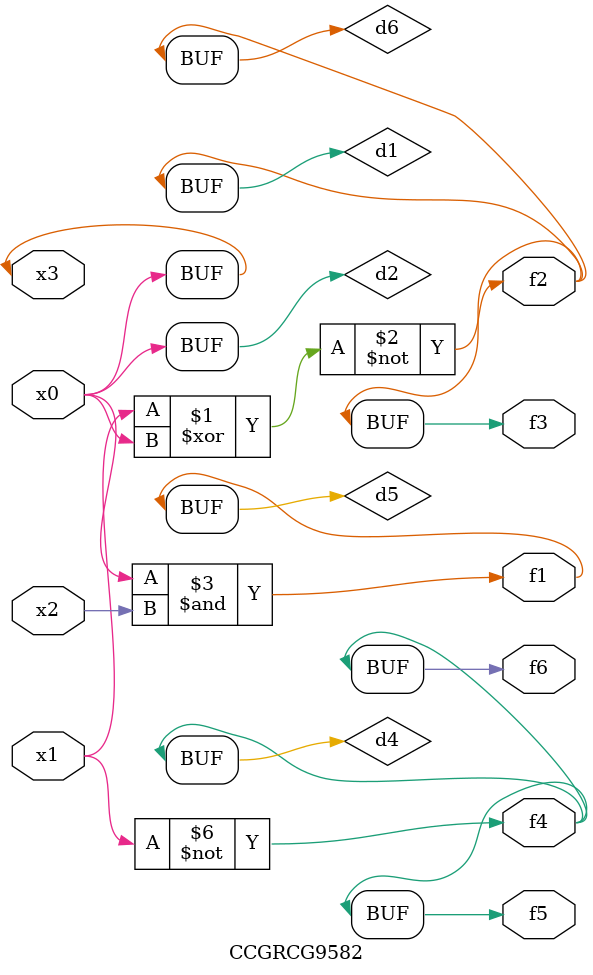
<source format=v>
module CCGRCG9582(
	input x0, x1, x2, x3,
	output f1, f2, f3, f4, f5, f6
);

	wire d1, d2, d3, d4, d5, d6;

	xnor (d1, x1, x3);
	buf (d2, x0, x3);
	nand (d3, x0, x2);
	not (d4, x1);
	nand (d5, d3);
	or (d6, d1);
	assign f1 = d5;
	assign f2 = d6;
	assign f3 = d6;
	assign f4 = d4;
	assign f5 = d4;
	assign f6 = d4;
endmodule

</source>
